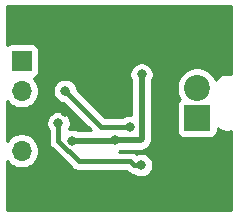
<source format=gbr>
G04 #@! TF.GenerationSoftware,KiCad,Pcbnew,(5.1.5)-3*
G04 #@! TF.CreationDate,2020-03-24T20:07:28-04:00*
G04 #@! TF.ProjectId,ADS1100,41445331-3130-4302-9e6b-696361645f70,rev?*
G04 #@! TF.SameCoordinates,Original*
G04 #@! TF.FileFunction,Copper,L2,Bot*
G04 #@! TF.FilePolarity,Positive*
%FSLAX46Y46*%
G04 Gerber Fmt 4.6, Leading zero omitted, Abs format (unit mm)*
G04 Created by KiCad (PCBNEW (5.1.5)-3) date 2020-03-24 20:07:28*
%MOMM*%
%LPD*%
G04 APERTURE LIST*
%ADD10O,1.700000X1.700000*%
%ADD11R,1.700000X1.700000*%
%ADD12C,2.200000*%
%ADD13R,2.200000X2.200000*%
%ADD14C,0.800000*%
%ADD15C,0.381000*%
%ADD16C,0.508000*%
%ADD17C,0.254000*%
G04 APERTURE END LIST*
D10*
X210058000Y-53848000D03*
X210058000Y-51308000D03*
X210058000Y-48768000D03*
D11*
X210058000Y-46228000D03*
D12*
X224917000Y-48514000D03*
D13*
X224917000Y-51054000D03*
D14*
X220154500Y-55054500D03*
X213172000Y-51496000D03*
X219202000Y-51816000D03*
X213741000Y-48768000D03*
X214336999Y-52998001D03*
X220218000Y-47371000D03*
X217932000Y-52959000D03*
X214503000Y-56007000D03*
X223160500Y-44344500D03*
X213741000Y-50546000D03*
D15*
X219588815Y-55054500D02*
X219271315Y-54737000D01*
X220154500Y-55054500D02*
X219588815Y-55054500D01*
X213172000Y-52061685D02*
X213172000Y-51496000D01*
X213172000Y-53002944D02*
X213172000Y-52061685D01*
X214906056Y-54737000D02*
X213172000Y-53002944D01*
X219271315Y-54737000D02*
X214906056Y-54737000D01*
X216789000Y-51816000D02*
X213741000Y-48768000D01*
X219202000Y-51816000D02*
X216789000Y-51816000D01*
D16*
X217892999Y-52998001D02*
X217932000Y-52959000D01*
X214336999Y-52998001D02*
X217892999Y-52998001D01*
X217932000Y-52959000D02*
X220091000Y-52959000D01*
X220218000Y-52832000D02*
X220218000Y-47371000D01*
X220091000Y-52959000D02*
X220218000Y-52832000D01*
D17*
G36*
X227788000Y-47371625D02*
G01*
X227573712Y-47329000D01*
X227340288Y-47329000D01*
X227111348Y-47374539D01*
X226895692Y-47463866D01*
X226701606Y-47593550D01*
X226536550Y-47758606D01*
X226502910Y-47808952D01*
X226454537Y-47692169D01*
X226264663Y-47408002D01*
X226022998Y-47166337D01*
X225738831Y-46976463D01*
X225423081Y-46845675D01*
X225087883Y-46779000D01*
X224746117Y-46779000D01*
X224410919Y-46845675D01*
X224095169Y-46976463D01*
X223811002Y-47166337D01*
X223569337Y-47408002D01*
X223379463Y-47692169D01*
X223248675Y-48007919D01*
X223182000Y-48343117D01*
X223182000Y-48684883D01*
X223248675Y-49020081D01*
X223379463Y-49335831D01*
X223446690Y-49436443D01*
X223365815Y-49502815D01*
X223286463Y-49599506D01*
X223227498Y-49709820D01*
X223191188Y-49829518D01*
X223178928Y-49954000D01*
X223178928Y-52154000D01*
X223191188Y-52278482D01*
X223227498Y-52398180D01*
X223286463Y-52508494D01*
X223365815Y-52605185D01*
X223462506Y-52684537D01*
X223572820Y-52743502D01*
X223692518Y-52779812D01*
X223817000Y-52792072D01*
X226017000Y-52792072D01*
X226141482Y-52779812D01*
X226261180Y-52743502D01*
X226371494Y-52684537D01*
X226468185Y-52605185D01*
X226547537Y-52508494D01*
X226606502Y-52398180D01*
X226642812Y-52278482D01*
X226655072Y-52154000D01*
X226655072Y-51927916D01*
X226701606Y-51974450D01*
X226895692Y-52104134D01*
X227111348Y-52193461D01*
X227340288Y-52239000D01*
X227573712Y-52239000D01*
X227788001Y-52196375D01*
X227788001Y-58878000D01*
X208838000Y-58878000D01*
X208838000Y-54695070D01*
X208904525Y-54794632D01*
X209111368Y-55001475D01*
X209354589Y-55163990D01*
X209624842Y-55275932D01*
X209911740Y-55333000D01*
X210204260Y-55333000D01*
X210491158Y-55275932D01*
X210761411Y-55163990D01*
X211004632Y-55001475D01*
X211211475Y-54794632D01*
X211373990Y-54551411D01*
X211485932Y-54281158D01*
X211543000Y-53994260D01*
X211543000Y-53701740D01*
X211485932Y-53414842D01*
X211373990Y-53144589D01*
X211211475Y-52901368D01*
X211004632Y-52694525D01*
X210761411Y-52532010D01*
X210491158Y-52420068D01*
X210204260Y-52363000D01*
X209911740Y-52363000D01*
X209624842Y-52420068D01*
X209354589Y-52532010D01*
X209111368Y-52694525D01*
X208904525Y-52901368D01*
X208838000Y-53000930D01*
X208838000Y-51394061D01*
X212137000Y-51394061D01*
X212137000Y-51597939D01*
X212176774Y-51797898D01*
X212254795Y-51986256D01*
X212346501Y-52123504D01*
X212346500Y-52962393D01*
X212342506Y-53002944D01*
X212346500Y-53043494D01*
X212346500Y-53043496D01*
X212358444Y-53164769D01*
X212399435Y-53299899D01*
X212405647Y-53320377D01*
X212482301Y-53463786D01*
X212502384Y-53488257D01*
X212585459Y-53589485D01*
X212616966Y-53615342D01*
X214293667Y-55292045D01*
X214319515Y-55323541D01*
X214351011Y-55349389D01*
X214351014Y-55349392D01*
X214445213Y-55426699D01*
X214588622Y-55503353D01*
X214744230Y-55550556D01*
X214865503Y-55562500D01*
X214865506Y-55562500D01*
X214906056Y-55566494D01*
X214946606Y-55562500D01*
X218929382Y-55562500D01*
X218976421Y-55609539D01*
X219002274Y-55641041D01*
X219127973Y-55744199D01*
X219271381Y-55820853D01*
X219426989Y-55868056D01*
X219523321Y-55877544D01*
X219664244Y-55971705D01*
X219852602Y-56049726D01*
X220052561Y-56089500D01*
X220256439Y-56089500D01*
X220456398Y-56049726D01*
X220644756Y-55971705D01*
X220814274Y-55858437D01*
X220958437Y-55714274D01*
X221071705Y-55544756D01*
X221149726Y-55356398D01*
X221189500Y-55156439D01*
X221189500Y-54952561D01*
X221149726Y-54752602D01*
X221071705Y-54564244D01*
X220958437Y-54394726D01*
X220814274Y-54250563D01*
X220644756Y-54137295D01*
X220456398Y-54059274D01*
X220256439Y-54019500D01*
X220052561Y-54019500D01*
X219852602Y-54059274D01*
X219782253Y-54088414D01*
X219732157Y-54047301D01*
X219588749Y-53970647D01*
X219433141Y-53923444D01*
X219311868Y-53911500D01*
X219311865Y-53911500D01*
X219271315Y-53907506D01*
X219230765Y-53911500D01*
X218337047Y-53911500D01*
X218422256Y-53876205D01*
X218464468Y-53848000D01*
X220047340Y-53848000D01*
X220091000Y-53852300D01*
X220134660Y-53848000D01*
X220134667Y-53848000D01*
X220265274Y-53835136D01*
X220432851Y-53784303D01*
X220587291Y-53701753D01*
X220722659Y-53590659D01*
X220750499Y-53556736D01*
X220815737Y-53491498D01*
X220849659Y-53463659D01*
X220960753Y-53328291D01*
X221043303Y-53173851D01*
X221094136Y-53006274D01*
X221107000Y-52875667D01*
X221107000Y-52875661D01*
X221111300Y-52832001D01*
X221107000Y-52788341D01*
X221107000Y-47903468D01*
X221135205Y-47861256D01*
X221213226Y-47672898D01*
X221253000Y-47472939D01*
X221253000Y-47269061D01*
X221213226Y-47069102D01*
X221135205Y-46880744D01*
X221021937Y-46711226D01*
X220877774Y-46567063D01*
X220708256Y-46453795D01*
X220519898Y-46375774D01*
X220319939Y-46336000D01*
X220116061Y-46336000D01*
X219916102Y-46375774D01*
X219727744Y-46453795D01*
X219558226Y-46567063D01*
X219414063Y-46711226D01*
X219300795Y-46880744D01*
X219222774Y-47069102D01*
X219183000Y-47269061D01*
X219183000Y-47472939D01*
X219222774Y-47672898D01*
X219300795Y-47861256D01*
X219329001Y-47903469D01*
X219329000Y-50785985D01*
X219303939Y-50781000D01*
X219100061Y-50781000D01*
X218900102Y-50820774D01*
X218711744Y-50898795D01*
X218574497Y-50990500D01*
X217130933Y-50990500D01*
X214768429Y-48627996D01*
X214736226Y-48466102D01*
X214658205Y-48277744D01*
X214544937Y-48108226D01*
X214400774Y-47964063D01*
X214231256Y-47850795D01*
X214042898Y-47772774D01*
X213842939Y-47733000D01*
X213639061Y-47733000D01*
X213439102Y-47772774D01*
X213250744Y-47850795D01*
X213081226Y-47964063D01*
X212937063Y-48108226D01*
X212823795Y-48277744D01*
X212745774Y-48466102D01*
X212706000Y-48666061D01*
X212706000Y-48869939D01*
X212745774Y-49069898D01*
X212823795Y-49258256D01*
X212937063Y-49427774D01*
X213081226Y-49571937D01*
X213250744Y-49685205D01*
X213439102Y-49763226D01*
X213600996Y-49795429D01*
X215914568Y-52109001D01*
X214869467Y-52109001D01*
X214827255Y-52080796D01*
X214638897Y-52002775D01*
X214438938Y-51963001D01*
X214235060Y-51963001D01*
X214084769Y-51992896D01*
X214089205Y-51986256D01*
X214167226Y-51797898D01*
X214207000Y-51597939D01*
X214207000Y-51394061D01*
X214167226Y-51194102D01*
X214089205Y-51005744D01*
X213975937Y-50836226D01*
X213831774Y-50692063D01*
X213662256Y-50578795D01*
X213473898Y-50500774D01*
X213273939Y-50461000D01*
X213070061Y-50461000D01*
X212870102Y-50500774D01*
X212681744Y-50578795D01*
X212512226Y-50692063D01*
X212368063Y-50836226D01*
X212254795Y-51005744D01*
X212176774Y-51194102D01*
X212137000Y-51394061D01*
X208838000Y-51394061D01*
X208838000Y-49615070D01*
X208904525Y-49714632D01*
X209111368Y-49921475D01*
X209354589Y-50083990D01*
X209624842Y-50195932D01*
X209911740Y-50253000D01*
X210204260Y-50253000D01*
X210491158Y-50195932D01*
X210761411Y-50083990D01*
X211004632Y-49921475D01*
X211211475Y-49714632D01*
X211373990Y-49471411D01*
X211485932Y-49201158D01*
X211543000Y-48914260D01*
X211543000Y-48621740D01*
X211485932Y-48334842D01*
X211373990Y-48064589D01*
X211211475Y-47821368D01*
X211079620Y-47689513D01*
X211152180Y-47667502D01*
X211262494Y-47608537D01*
X211359185Y-47529185D01*
X211438537Y-47432494D01*
X211497502Y-47322180D01*
X211533812Y-47202482D01*
X211546072Y-47078000D01*
X211546072Y-45378000D01*
X211533812Y-45253518D01*
X211497502Y-45133820D01*
X211438537Y-45023506D01*
X211359185Y-44926815D01*
X211262494Y-44847463D01*
X211152180Y-44788498D01*
X211032482Y-44752188D01*
X210908000Y-44739928D01*
X209208000Y-44739928D01*
X209083518Y-44752188D01*
X208963820Y-44788498D01*
X208853506Y-44847463D01*
X208838000Y-44860188D01*
X208838000Y-41579000D01*
X227788000Y-41579000D01*
X227788000Y-47371625D01*
G37*
X227788000Y-47371625D02*
X227573712Y-47329000D01*
X227340288Y-47329000D01*
X227111348Y-47374539D01*
X226895692Y-47463866D01*
X226701606Y-47593550D01*
X226536550Y-47758606D01*
X226502910Y-47808952D01*
X226454537Y-47692169D01*
X226264663Y-47408002D01*
X226022998Y-47166337D01*
X225738831Y-46976463D01*
X225423081Y-46845675D01*
X225087883Y-46779000D01*
X224746117Y-46779000D01*
X224410919Y-46845675D01*
X224095169Y-46976463D01*
X223811002Y-47166337D01*
X223569337Y-47408002D01*
X223379463Y-47692169D01*
X223248675Y-48007919D01*
X223182000Y-48343117D01*
X223182000Y-48684883D01*
X223248675Y-49020081D01*
X223379463Y-49335831D01*
X223446690Y-49436443D01*
X223365815Y-49502815D01*
X223286463Y-49599506D01*
X223227498Y-49709820D01*
X223191188Y-49829518D01*
X223178928Y-49954000D01*
X223178928Y-52154000D01*
X223191188Y-52278482D01*
X223227498Y-52398180D01*
X223286463Y-52508494D01*
X223365815Y-52605185D01*
X223462506Y-52684537D01*
X223572820Y-52743502D01*
X223692518Y-52779812D01*
X223817000Y-52792072D01*
X226017000Y-52792072D01*
X226141482Y-52779812D01*
X226261180Y-52743502D01*
X226371494Y-52684537D01*
X226468185Y-52605185D01*
X226547537Y-52508494D01*
X226606502Y-52398180D01*
X226642812Y-52278482D01*
X226655072Y-52154000D01*
X226655072Y-51927916D01*
X226701606Y-51974450D01*
X226895692Y-52104134D01*
X227111348Y-52193461D01*
X227340288Y-52239000D01*
X227573712Y-52239000D01*
X227788001Y-52196375D01*
X227788001Y-58878000D01*
X208838000Y-58878000D01*
X208838000Y-54695070D01*
X208904525Y-54794632D01*
X209111368Y-55001475D01*
X209354589Y-55163990D01*
X209624842Y-55275932D01*
X209911740Y-55333000D01*
X210204260Y-55333000D01*
X210491158Y-55275932D01*
X210761411Y-55163990D01*
X211004632Y-55001475D01*
X211211475Y-54794632D01*
X211373990Y-54551411D01*
X211485932Y-54281158D01*
X211543000Y-53994260D01*
X211543000Y-53701740D01*
X211485932Y-53414842D01*
X211373990Y-53144589D01*
X211211475Y-52901368D01*
X211004632Y-52694525D01*
X210761411Y-52532010D01*
X210491158Y-52420068D01*
X210204260Y-52363000D01*
X209911740Y-52363000D01*
X209624842Y-52420068D01*
X209354589Y-52532010D01*
X209111368Y-52694525D01*
X208904525Y-52901368D01*
X208838000Y-53000930D01*
X208838000Y-51394061D01*
X212137000Y-51394061D01*
X212137000Y-51597939D01*
X212176774Y-51797898D01*
X212254795Y-51986256D01*
X212346501Y-52123504D01*
X212346500Y-52962393D01*
X212342506Y-53002944D01*
X212346500Y-53043494D01*
X212346500Y-53043496D01*
X212358444Y-53164769D01*
X212399435Y-53299899D01*
X212405647Y-53320377D01*
X212482301Y-53463786D01*
X212502384Y-53488257D01*
X212585459Y-53589485D01*
X212616966Y-53615342D01*
X214293667Y-55292045D01*
X214319515Y-55323541D01*
X214351011Y-55349389D01*
X214351014Y-55349392D01*
X214445213Y-55426699D01*
X214588622Y-55503353D01*
X214744230Y-55550556D01*
X214865503Y-55562500D01*
X214865506Y-55562500D01*
X214906056Y-55566494D01*
X214946606Y-55562500D01*
X218929382Y-55562500D01*
X218976421Y-55609539D01*
X219002274Y-55641041D01*
X219127973Y-55744199D01*
X219271381Y-55820853D01*
X219426989Y-55868056D01*
X219523321Y-55877544D01*
X219664244Y-55971705D01*
X219852602Y-56049726D01*
X220052561Y-56089500D01*
X220256439Y-56089500D01*
X220456398Y-56049726D01*
X220644756Y-55971705D01*
X220814274Y-55858437D01*
X220958437Y-55714274D01*
X221071705Y-55544756D01*
X221149726Y-55356398D01*
X221189500Y-55156439D01*
X221189500Y-54952561D01*
X221149726Y-54752602D01*
X221071705Y-54564244D01*
X220958437Y-54394726D01*
X220814274Y-54250563D01*
X220644756Y-54137295D01*
X220456398Y-54059274D01*
X220256439Y-54019500D01*
X220052561Y-54019500D01*
X219852602Y-54059274D01*
X219782253Y-54088414D01*
X219732157Y-54047301D01*
X219588749Y-53970647D01*
X219433141Y-53923444D01*
X219311868Y-53911500D01*
X219311865Y-53911500D01*
X219271315Y-53907506D01*
X219230765Y-53911500D01*
X218337047Y-53911500D01*
X218422256Y-53876205D01*
X218464468Y-53848000D01*
X220047340Y-53848000D01*
X220091000Y-53852300D01*
X220134660Y-53848000D01*
X220134667Y-53848000D01*
X220265274Y-53835136D01*
X220432851Y-53784303D01*
X220587291Y-53701753D01*
X220722659Y-53590659D01*
X220750499Y-53556736D01*
X220815737Y-53491498D01*
X220849659Y-53463659D01*
X220960753Y-53328291D01*
X221043303Y-53173851D01*
X221094136Y-53006274D01*
X221107000Y-52875667D01*
X221107000Y-52875661D01*
X221111300Y-52832001D01*
X221107000Y-52788341D01*
X221107000Y-47903468D01*
X221135205Y-47861256D01*
X221213226Y-47672898D01*
X221253000Y-47472939D01*
X221253000Y-47269061D01*
X221213226Y-47069102D01*
X221135205Y-46880744D01*
X221021937Y-46711226D01*
X220877774Y-46567063D01*
X220708256Y-46453795D01*
X220519898Y-46375774D01*
X220319939Y-46336000D01*
X220116061Y-46336000D01*
X219916102Y-46375774D01*
X219727744Y-46453795D01*
X219558226Y-46567063D01*
X219414063Y-46711226D01*
X219300795Y-46880744D01*
X219222774Y-47069102D01*
X219183000Y-47269061D01*
X219183000Y-47472939D01*
X219222774Y-47672898D01*
X219300795Y-47861256D01*
X219329001Y-47903469D01*
X219329000Y-50785985D01*
X219303939Y-50781000D01*
X219100061Y-50781000D01*
X218900102Y-50820774D01*
X218711744Y-50898795D01*
X218574497Y-50990500D01*
X217130933Y-50990500D01*
X214768429Y-48627996D01*
X214736226Y-48466102D01*
X214658205Y-48277744D01*
X214544937Y-48108226D01*
X214400774Y-47964063D01*
X214231256Y-47850795D01*
X214042898Y-47772774D01*
X213842939Y-47733000D01*
X213639061Y-47733000D01*
X213439102Y-47772774D01*
X213250744Y-47850795D01*
X213081226Y-47964063D01*
X212937063Y-48108226D01*
X212823795Y-48277744D01*
X212745774Y-48466102D01*
X212706000Y-48666061D01*
X212706000Y-48869939D01*
X212745774Y-49069898D01*
X212823795Y-49258256D01*
X212937063Y-49427774D01*
X213081226Y-49571937D01*
X213250744Y-49685205D01*
X213439102Y-49763226D01*
X213600996Y-49795429D01*
X215914568Y-52109001D01*
X214869467Y-52109001D01*
X214827255Y-52080796D01*
X214638897Y-52002775D01*
X214438938Y-51963001D01*
X214235060Y-51963001D01*
X214084769Y-51992896D01*
X214089205Y-51986256D01*
X214167226Y-51797898D01*
X214207000Y-51597939D01*
X214207000Y-51394061D01*
X214167226Y-51194102D01*
X214089205Y-51005744D01*
X213975937Y-50836226D01*
X213831774Y-50692063D01*
X213662256Y-50578795D01*
X213473898Y-50500774D01*
X213273939Y-50461000D01*
X213070061Y-50461000D01*
X212870102Y-50500774D01*
X212681744Y-50578795D01*
X212512226Y-50692063D01*
X212368063Y-50836226D01*
X212254795Y-51005744D01*
X212176774Y-51194102D01*
X212137000Y-51394061D01*
X208838000Y-51394061D01*
X208838000Y-49615070D01*
X208904525Y-49714632D01*
X209111368Y-49921475D01*
X209354589Y-50083990D01*
X209624842Y-50195932D01*
X209911740Y-50253000D01*
X210204260Y-50253000D01*
X210491158Y-50195932D01*
X210761411Y-50083990D01*
X211004632Y-49921475D01*
X211211475Y-49714632D01*
X211373990Y-49471411D01*
X211485932Y-49201158D01*
X211543000Y-48914260D01*
X211543000Y-48621740D01*
X211485932Y-48334842D01*
X211373990Y-48064589D01*
X211211475Y-47821368D01*
X211079620Y-47689513D01*
X211152180Y-47667502D01*
X211262494Y-47608537D01*
X211359185Y-47529185D01*
X211438537Y-47432494D01*
X211497502Y-47322180D01*
X211533812Y-47202482D01*
X211546072Y-47078000D01*
X211546072Y-45378000D01*
X211533812Y-45253518D01*
X211497502Y-45133820D01*
X211438537Y-45023506D01*
X211359185Y-44926815D01*
X211262494Y-44847463D01*
X211152180Y-44788498D01*
X211032482Y-44752188D01*
X210908000Y-44739928D01*
X209208000Y-44739928D01*
X209083518Y-44752188D01*
X208963820Y-44788498D01*
X208853506Y-44847463D01*
X208838000Y-44860188D01*
X208838000Y-41579000D01*
X227788000Y-41579000D01*
X227788000Y-47371625D01*
M02*

</source>
